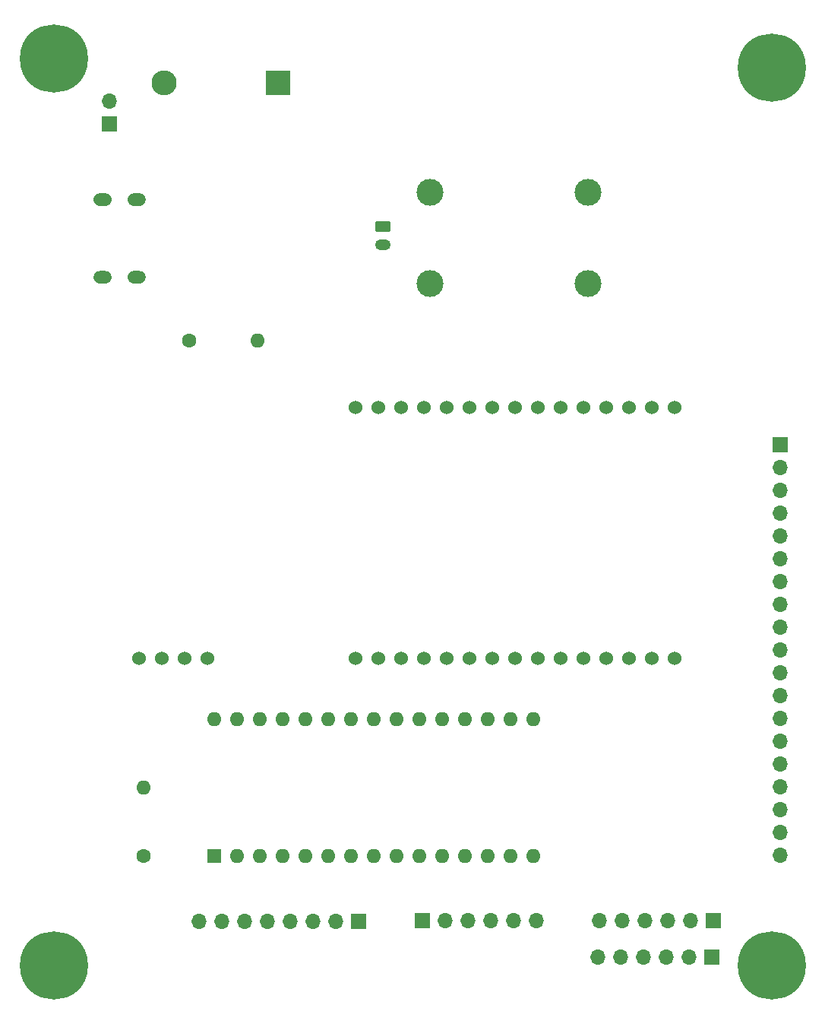
<source format=gbs>
G04 #@! TF.GenerationSoftware,KiCad,Pcbnew,(6.0.6)*
G04 #@! TF.CreationDate,2022-07-04T23:33:02+02:00*
G04 #@! TF.ProjectId,vogelhuisje_kicad,766f6765-6c68-4756-9973-6a655f6b6963,rev?*
G04 #@! TF.SameCoordinates,Original*
G04 #@! TF.FileFunction,Soldermask,Bot*
G04 #@! TF.FilePolarity,Negative*
%FSLAX46Y46*%
G04 Gerber Fmt 4.6, Leading zero omitted, Abs format (unit mm)*
G04 Created by KiCad (PCBNEW (6.0.6)) date 2022-07-04 23:33:02*
%MOMM*%
%LPD*%
G01*
G04 APERTURE LIST*
G04 Aperture macros list*
%AMRoundRect*
0 Rectangle with rounded corners*
0 $1 Rounding radius*
0 $2 $3 $4 $5 $6 $7 $8 $9 X,Y pos of 4 corners*
0 Add a 4 corners polygon primitive as box body*
4,1,4,$2,$3,$4,$5,$6,$7,$8,$9,$2,$3,0*
0 Add four circle primitives for the rounded corners*
1,1,$1+$1,$2,$3*
1,1,$1+$1,$4,$5*
1,1,$1+$1,$6,$7*
1,1,$1+$1,$8,$9*
0 Add four rect primitives between the rounded corners*
20,1,$1+$1,$2,$3,$4,$5,0*
20,1,$1+$1,$4,$5,$6,$7,0*
20,1,$1+$1,$6,$7,$8,$9,0*
20,1,$1+$1,$8,$9,$2,$3,0*%
G04 Aperture macros list end*
%ADD10C,0.010000*%
%ADD11R,1.700000X1.700000*%
%ADD12O,1.700000X1.700000*%
%ADD13C,3.000000*%
%ADD14C,1.600000*%
%ADD15O,1.600000X1.600000*%
%ADD16RoundRect,0.250000X-0.625000X0.350000X-0.625000X-0.350000X0.625000X-0.350000X0.625000X0.350000X0*%
%ADD17O,1.750000X1.200000*%
%ADD18R,2.800000X2.800000*%
%ADD19O,2.800000X2.800000*%
%ADD20C,7.600000*%
%ADD21R,1.600000X1.600000*%
%ADD22C,1.524000*%
G04 APERTURE END LIST*
G36*
X79534000Y-97651000D02*
G01*
X79568000Y-97654000D01*
X79602000Y-97658000D01*
X79635000Y-97664000D01*
X79668000Y-97672000D01*
X79701000Y-97682000D01*
X79733000Y-97693000D01*
X79764000Y-97706000D01*
X79795000Y-97721000D01*
X79825000Y-97737000D01*
X79854000Y-97755000D01*
X79882000Y-97774000D01*
X79909000Y-97795000D01*
X79935000Y-97817000D01*
X79960000Y-97840000D01*
X79983000Y-97865000D01*
X80005000Y-97891000D01*
X80026000Y-97918000D01*
X80045000Y-97946000D01*
X80063000Y-97975000D01*
X80079000Y-98005000D01*
X80094000Y-98036000D01*
X80107000Y-98067000D01*
X80118000Y-98099000D01*
X80128000Y-98132000D01*
X80136000Y-98165000D01*
X80142000Y-98198000D01*
X80146000Y-98232000D01*
X80149000Y-98266000D01*
X80150000Y-98300000D01*
X80149000Y-98334000D01*
X80146000Y-98368000D01*
X80142000Y-98402000D01*
X80136000Y-98435000D01*
X80128000Y-98468000D01*
X80118000Y-98501000D01*
X80107000Y-98533000D01*
X80094000Y-98564000D01*
X80079000Y-98595000D01*
X80063000Y-98625000D01*
X80045000Y-98654000D01*
X80026000Y-98682000D01*
X80005000Y-98709000D01*
X79983000Y-98735000D01*
X79960000Y-98760000D01*
X79935000Y-98783000D01*
X79909000Y-98805000D01*
X79882000Y-98826000D01*
X79854000Y-98845000D01*
X79825000Y-98863000D01*
X79795000Y-98879000D01*
X79764000Y-98894000D01*
X79733000Y-98907000D01*
X79701000Y-98918000D01*
X79668000Y-98928000D01*
X79635000Y-98936000D01*
X79602000Y-98942000D01*
X79568000Y-98946000D01*
X79534000Y-98949000D01*
X79500000Y-98950000D01*
X78900000Y-98950000D01*
X78866000Y-98949000D01*
X78832000Y-98946000D01*
X78798000Y-98942000D01*
X78765000Y-98936000D01*
X78732000Y-98928000D01*
X78699000Y-98918000D01*
X78667000Y-98907000D01*
X78636000Y-98894000D01*
X78605000Y-98879000D01*
X78575000Y-98863000D01*
X78546000Y-98845000D01*
X78518000Y-98826000D01*
X78491000Y-98805000D01*
X78465000Y-98783000D01*
X78440000Y-98760000D01*
X78417000Y-98735000D01*
X78395000Y-98709000D01*
X78374000Y-98682000D01*
X78355000Y-98654000D01*
X78337000Y-98625000D01*
X78321000Y-98595000D01*
X78306000Y-98564000D01*
X78293000Y-98533000D01*
X78282000Y-98501000D01*
X78272000Y-98468000D01*
X78264000Y-98435000D01*
X78258000Y-98402000D01*
X78254000Y-98368000D01*
X78251000Y-98334000D01*
X78250000Y-98300000D01*
X78251000Y-98266000D01*
X78254000Y-98232000D01*
X78258000Y-98198000D01*
X78264000Y-98165000D01*
X78272000Y-98132000D01*
X78282000Y-98099000D01*
X78293000Y-98067000D01*
X78306000Y-98036000D01*
X78321000Y-98005000D01*
X78337000Y-97975000D01*
X78355000Y-97946000D01*
X78374000Y-97918000D01*
X78395000Y-97891000D01*
X78417000Y-97865000D01*
X78440000Y-97840000D01*
X78465000Y-97817000D01*
X78491000Y-97795000D01*
X78518000Y-97774000D01*
X78546000Y-97755000D01*
X78575000Y-97737000D01*
X78605000Y-97721000D01*
X78636000Y-97706000D01*
X78667000Y-97693000D01*
X78699000Y-97682000D01*
X78732000Y-97672000D01*
X78765000Y-97664000D01*
X78798000Y-97658000D01*
X78832000Y-97654000D01*
X78866000Y-97651000D01*
X78900000Y-97650000D01*
X79500000Y-97650000D01*
X79534000Y-97651000D01*
G37*
D10*
X79534000Y-97651000D02*
X79568000Y-97654000D01*
X79602000Y-97658000D01*
X79635000Y-97664000D01*
X79668000Y-97672000D01*
X79701000Y-97682000D01*
X79733000Y-97693000D01*
X79764000Y-97706000D01*
X79795000Y-97721000D01*
X79825000Y-97737000D01*
X79854000Y-97755000D01*
X79882000Y-97774000D01*
X79909000Y-97795000D01*
X79935000Y-97817000D01*
X79960000Y-97840000D01*
X79983000Y-97865000D01*
X80005000Y-97891000D01*
X80026000Y-97918000D01*
X80045000Y-97946000D01*
X80063000Y-97975000D01*
X80079000Y-98005000D01*
X80094000Y-98036000D01*
X80107000Y-98067000D01*
X80118000Y-98099000D01*
X80128000Y-98132000D01*
X80136000Y-98165000D01*
X80142000Y-98198000D01*
X80146000Y-98232000D01*
X80149000Y-98266000D01*
X80150000Y-98300000D01*
X80149000Y-98334000D01*
X80146000Y-98368000D01*
X80142000Y-98402000D01*
X80136000Y-98435000D01*
X80128000Y-98468000D01*
X80118000Y-98501000D01*
X80107000Y-98533000D01*
X80094000Y-98564000D01*
X80079000Y-98595000D01*
X80063000Y-98625000D01*
X80045000Y-98654000D01*
X80026000Y-98682000D01*
X80005000Y-98709000D01*
X79983000Y-98735000D01*
X79960000Y-98760000D01*
X79935000Y-98783000D01*
X79909000Y-98805000D01*
X79882000Y-98826000D01*
X79854000Y-98845000D01*
X79825000Y-98863000D01*
X79795000Y-98879000D01*
X79764000Y-98894000D01*
X79733000Y-98907000D01*
X79701000Y-98918000D01*
X79668000Y-98928000D01*
X79635000Y-98936000D01*
X79602000Y-98942000D01*
X79568000Y-98946000D01*
X79534000Y-98949000D01*
X79500000Y-98950000D01*
X78900000Y-98950000D01*
X78866000Y-98949000D01*
X78832000Y-98946000D01*
X78798000Y-98942000D01*
X78765000Y-98936000D01*
X78732000Y-98928000D01*
X78699000Y-98918000D01*
X78667000Y-98907000D01*
X78636000Y-98894000D01*
X78605000Y-98879000D01*
X78575000Y-98863000D01*
X78546000Y-98845000D01*
X78518000Y-98826000D01*
X78491000Y-98805000D01*
X78465000Y-98783000D01*
X78440000Y-98760000D01*
X78417000Y-98735000D01*
X78395000Y-98709000D01*
X78374000Y-98682000D01*
X78355000Y-98654000D01*
X78337000Y-98625000D01*
X78321000Y-98595000D01*
X78306000Y-98564000D01*
X78293000Y-98533000D01*
X78282000Y-98501000D01*
X78272000Y-98468000D01*
X78264000Y-98435000D01*
X78258000Y-98402000D01*
X78254000Y-98368000D01*
X78251000Y-98334000D01*
X78250000Y-98300000D01*
X78251000Y-98266000D01*
X78254000Y-98232000D01*
X78258000Y-98198000D01*
X78264000Y-98165000D01*
X78272000Y-98132000D01*
X78282000Y-98099000D01*
X78293000Y-98067000D01*
X78306000Y-98036000D01*
X78321000Y-98005000D01*
X78337000Y-97975000D01*
X78355000Y-97946000D01*
X78374000Y-97918000D01*
X78395000Y-97891000D01*
X78417000Y-97865000D01*
X78440000Y-97840000D01*
X78465000Y-97817000D01*
X78491000Y-97795000D01*
X78518000Y-97774000D01*
X78546000Y-97755000D01*
X78575000Y-97737000D01*
X78605000Y-97721000D01*
X78636000Y-97706000D01*
X78667000Y-97693000D01*
X78699000Y-97682000D01*
X78732000Y-97672000D01*
X78765000Y-97664000D01*
X78798000Y-97658000D01*
X78832000Y-97654000D01*
X78866000Y-97651000D01*
X78900000Y-97650000D01*
X79500000Y-97650000D01*
X79534000Y-97651000D01*
G36*
X75734000Y-89011000D02*
G01*
X75768000Y-89014000D01*
X75802000Y-89018000D01*
X75835000Y-89024000D01*
X75868000Y-89032000D01*
X75901000Y-89042000D01*
X75933000Y-89053000D01*
X75964000Y-89066000D01*
X75995000Y-89081000D01*
X76025000Y-89097000D01*
X76054000Y-89115000D01*
X76082000Y-89134000D01*
X76109000Y-89155000D01*
X76135000Y-89177000D01*
X76160000Y-89200000D01*
X76183000Y-89225000D01*
X76205000Y-89251000D01*
X76226000Y-89278000D01*
X76245000Y-89306000D01*
X76263000Y-89335000D01*
X76279000Y-89365000D01*
X76294000Y-89396000D01*
X76307000Y-89427000D01*
X76318000Y-89459000D01*
X76328000Y-89492000D01*
X76336000Y-89525000D01*
X76342000Y-89558000D01*
X76346000Y-89592000D01*
X76349000Y-89626000D01*
X76350000Y-89660000D01*
X76349000Y-89694000D01*
X76346000Y-89728000D01*
X76342000Y-89762000D01*
X76336000Y-89795000D01*
X76328000Y-89828000D01*
X76318000Y-89861000D01*
X76307000Y-89893000D01*
X76294000Y-89924000D01*
X76279000Y-89955000D01*
X76263000Y-89985000D01*
X76245000Y-90014000D01*
X76226000Y-90042000D01*
X76205000Y-90069000D01*
X76183000Y-90095000D01*
X76160000Y-90120000D01*
X76135000Y-90143000D01*
X76109000Y-90165000D01*
X76082000Y-90186000D01*
X76054000Y-90205000D01*
X76025000Y-90223000D01*
X75995000Y-90239000D01*
X75964000Y-90254000D01*
X75933000Y-90267000D01*
X75901000Y-90278000D01*
X75868000Y-90288000D01*
X75835000Y-90296000D01*
X75802000Y-90302000D01*
X75768000Y-90306000D01*
X75734000Y-90309000D01*
X75700000Y-90310000D01*
X75100000Y-90310000D01*
X75066000Y-90309000D01*
X75032000Y-90306000D01*
X74998000Y-90302000D01*
X74965000Y-90296000D01*
X74932000Y-90288000D01*
X74899000Y-90278000D01*
X74867000Y-90267000D01*
X74836000Y-90254000D01*
X74805000Y-90239000D01*
X74775000Y-90223000D01*
X74746000Y-90205000D01*
X74718000Y-90186000D01*
X74691000Y-90165000D01*
X74665000Y-90143000D01*
X74640000Y-90120000D01*
X74617000Y-90095000D01*
X74595000Y-90069000D01*
X74574000Y-90042000D01*
X74555000Y-90014000D01*
X74537000Y-89985000D01*
X74521000Y-89955000D01*
X74506000Y-89924000D01*
X74493000Y-89893000D01*
X74482000Y-89861000D01*
X74472000Y-89828000D01*
X74464000Y-89795000D01*
X74458000Y-89762000D01*
X74454000Y-89728000D01*
X74451000Y-89694000D01*
X74450000Y-89660000D01*
X74451000Y-89626000D01*
X74454000Y-89592000D01*
X74458000Y-89558000D01*
X74464000Y-89525000D01*
X74472000Y-89492000D01*
X74482000Y-89459000D01*
X74493000Y-89427000D01*
X74506000Y-89396000D01*
X74521000Y-89365000D01*
X74537000Y-89335000D01*
X74555000Y-89306000D01*
X74574000Y-89278000D01*
X74595000Y-89251000D01*
X74617000Y-89225000D01*
X74640000Y-89200000D01*
X74665000Y-89177000D01*
X74691000Y-89155000D01*
X74718000Y-89134000D01*
X74746000Y-89115000D01*
X74775000Y-89097000D01*
X74805000Y-89081000D01*
X74836000Y-89066000D01*
X74867000Y-89053000D01*
X74899000Y-89042000D01*
X74932000Y-89032000D01*
X74965000Y-89024000D01*
X74998000Y-89018000D01*
X75032000Y-89014000D01*
X75066000Y-89011000D01*
X75100000Y-89010000D01*
X75700000Y-89010000D01*
X75734000Y-89011000D01*
G37*
X75734000Y-89011000D02*
X75768000Y-89014000D01*
X75802000Y-89018000D01*
X75835000Y-89024000D01*
X75868000Y-89032000D01*
X75901000Y-89042000D01*
X75933000Y-89053000D01*
X75964000Y-89066000D01*
X75995000Y-89081000D01*
X76025000Y-89097000D01*
X76054000Y-89115000D01*
X76082000Y-89134000D01*
X76109000Y-89155000D01*
X76135000Y-89177000D01*
X76160000Y-89200000D01*
X76183000Y-89225000D01*
X76205000Y-89251000D01*
X76226000Y-89278000D01*
X76245000Y-89306000D01*
X76263000Y-89335000D01*
X76279000Y-89365000D01*
X76294000Y-89396000D01*
X76307000Y-89427000D01*
X76318000Y-89459000D01*
X76328000Y-89492000D01*
X76336000Y-89525000D01*
X76342000Y-89558000D01*
X76346000Y-89592000D01*
X76349000Y-89626000D01*
X76350000Y-89660000D01*
X76349000Y-89694000D01*
X76346000Y-89728000D01*
X76342000Y-89762000D01*
X76336000Y-89795000D01*
X76328000Y-89828000D01*
X76318000Y-89861000D01*
X76307000Y-89893000D01*
X76294000Y-89924000D01*
X76279000Y-89955000D01*
X76263000Y-89985000D01*
X76245000Y-90014000D01*
X76226000Y-90042000D01*
X76205000Y-90069000D01*
X76183000Y-90095000D01*
X76160000Y-90120000D01*
X76135000Y-90143000D01*
X76109000Y-90165000D01*
X76082000Y-90186000D01*
X76054000Y-90205000D01*
X76025000Y-90223000D01*
X75995000Y-90239000D01*
X75964000Y-90254000D01*
X75933000Y-90267000D01*
X75901000Y-90278000D01*
X75868000Y-90288000D01*
X75835000Y-90296000D01*
X75802000Y-90302000D01*
X75768000Y-90306000D01*
X75734000Y-90309000D01*
X75700000Y-90310000D01*
X75100000Y-90310000D01*
X75066000Y-90309000D01*
X75032000Y-90306000D01*
X74998000Y-90302000D01*
X74965000Y-90296000D01*
X74932000Y-90288000D01*
X74899000Y-90278000D01*
X74867000Y-90267000D01*
X74836000Y-90254000D01*
X74805000Y-90239000D01*
X74775000Y-90223000D01*
X74746000Y-90205000D01*
X74718000Y-90186000D01*
X74691000Y-90165000D01*
X74665000Y-90143000D01*
X74640000Y-90120000D01*
X74617000Y-90095000D01*
X74595000Y-90069000D01*
X74574000Y-90042000D01*
X74555000Y-90014000D01*
X74537000Y-89985000D01*
X74521000Y-89955000D01*
X74506000Y-89924000D01*
X74493000Y-89893000D01*
X74482000Y-89861000D01*
X74472000Y-89828000D01*
X74464000Y-89795000D01*
X74458000Y-89762000D01*
X74454000Y-89728000D01*
X74451000Y-89694000D01*
X74450000Y-89660000D01*
X74451000Y-89626000D01*
X74454000Y-89592000D01*
X74458000Y-89558000D01*
X74464000Y-89525000D01*
X74472000Y-89492000D01*
X74482000Y-89459000D01*
X74493000Y-89427000D01*
X74506000Y-89396000D01*
X74521000Y-89365000D01*
X74537000Y-89335000D01*
X74555000Y-89306000D01*
X74574000Y-89278000D01*
X74595000Y-89251000D01*
X74617000Y-89225000D01*
X74640000Y-89200000D01*
X74665000Y-89177000D01*
X74691000Y-89155000D01*
X74718000Y-89134000D01*
X74746000Y-89115000D01*
X74775000Y-89097000D01*
X74805000Y-89081000D01*
X74836000Y-89066000D01*
X74867000Y-89053000D01*
X74899000Y-89042000D01*
X74932000Y-89032000D01*
X74965000Y-89024000D01*
X74998000Y-89018000D01*
X75032000Y-89014000D01*
X75066000Y-89011000D01*
X75100000Y-89010000D01*
X75700000Y-89010000D01*
X75734000Y-89011000D01*
G36*
X79534000Y-89011000D02*
G01*
X79568000Y-89014000D01*
X79602000Y-89018000D01*
X79635000Y-89024000D01*
X79668000Y-89032000D01*
X79701000Y-89042000D01*
X79733000Y-89053000D01*
X79764000Y-89066000D01*
X79795000Y-89081000D01*
X79825000Y-89097000D01*
X79854000Y-89115000D01*
X79882000Y-89134000D01*
X79909000Y-89155000D01*
X79935000Y-89177000D01*
X79960000Y-89200000D01*
X79983000Y-89225000D01*
X80005000Y-89251000D01*
X80026000Y-89278000D01*
X80045000Y-89306000D01*
X80063000Y-89335000D01*
X80079000Y-89365000D01*
X80094000Y-89396000D01*
X80107000Y-89427000D01*
X80118000Y-89459000D01*
X80128000Y-89492000D01*
X80136000Y-89525000D01*
X80142000Y-89558000D01*
X80146000Y-89592000D01*
X80149000Y-89626000D01*
X80150000Y-89660000D01*
X80149000Y-89694000D01*
X80146000Y-89728000D01*
X80142000Y-89762000D01*
X80136000Y-89795000D01*
X80128000Y-89828000D01*
X80118000Y-89861000D01*
X80107000Y-89893000D01*
X80094000Y-89924000D01*
X80079000Y-89955000D01*
X80063000Y-89985000D01*
X80045000Y-90014000D01*
X80026000Y-90042000D01*
X80005000Y-90069000D01*
X79983000Y-90095000D01*
X79960000Y-90120000D01*
X79935000Y-90143000D01*
X79909000Y-90165000D01*
X79882000Y-90186000D01*
X79854000Y-90205000D01*
X79825000Y-90223000D01*
X79795000Y-90239000D01*
X79764000Y-90254000D01*
X79733000Y-90267000D01*
X79701000Y-90278000D01*
X79668000Y-90288000D01*
X79635000Y-90296000D01*
X79602000Y-90302000D01*
X79568000Y-90306000D01*
X79534000Y-90309000D01*
X79500000Y-90310000D01*
X78900000Y-90310000D01*
X78866000Y-90309000D01*
X78832000Y-90306000D01*
X78798000Y-90302000D01*
X78765000Y-90296000D01*
X78732000Y-90288000D01*
X78699000Y-90278000D01*
X78667000Y-90267000D01*
X78636000Y-90254000D01*
X78605000Y-90239000D01*
X78575000Y-90223000D01*
X78546000Y-90205000D01*
X78518000Y-90186000D01*
X78491000Y-90165000D01*
X78465000Y-90143000D01*
X78440000Y-90120000D01*
X78417000Y-90095000D01*
X78395000Y-90069000D01*
X78374000Y-90042000D01*
X78355000Y-90014000D01*
X78337000Y-89985000D01*
X78321000Y-89955000D01*
X78306000Y-89924000D01*
X78293000Y-89893000D01*
X78282000Y-89861000D01*
X78272000Y-89828000D01*
X78264000Y-89795000D01*
X78258000Y-89762000D01*
X78254000Y-89728000D01*
X78251000Y-89694000D01*
X78250000Y-89660000D01*
X78251000Y-89626000D01*
X78254000Y-89592000D01*
X78258000Y-89558000D01*
X78264000Y-89525000D01*
X78272000Y-89492000D01*
X78282000Y-89459000D01*
X78293000Y-89427000D01*
X78306000Y-89396000D01*
X78321000Y-89365000D01*
X78337000Y-89335000D01*
X78355000Y-89306000D01*
X78374000Y-89278000D01*
X78395000Y-89251000D01*
X78417000Y-89225000D01*
X78440000Y-89200000D01*
X78465000Y-89177000D01*
X78491000Y-89155000D01*
X78518000Y-89134000D01*
X78546000Y-89115000D01*
X78575000Y-89097000D01*
X78605000Y-89081000D01*
X78636000Y-89066000D01*
X78667000Y-89053000D01*
X78699000Y-89042000D01*
X78732000Y-89032000D01*
X78765000Y-89024000D01*
X78798000Y-89018000D01*
X78832000Y-89014000D01*
X78866000Y-89011000D01*
X78900000Y-89010000D01*
X79500000Y-89010000D01*
X79534000Y-89011000D01*
G37*
X79534000Y-89011000D02*
X79568000Y-89014000D01*
X79602000Y-89018000D01*
X79635000Y-89024000D01*
X79668000Y-89032000D01*
X79701000Y-89042000D01*
X79733000Y-89053000D01*
X79764000Y-89066000D01*
X79795000Y-89081000D01*
X79825000Y-89097000D01*
X79854000Y-89115000D01*
X79882000Y-89134000D01*
X79909000Y-89155000D01*
X79935000Y-89177000D01*
X79960000Y-89200000D01*
X79983000Y-89225000D01*
X80005000Y-89251000D01*
X80026000Y-89278000D01*
X80045000Y-89306000D01*
X80063000Y-89335000D01*
X80079000Y-89365000D01*
X80094000Y-89396000D01*
X80107000Y-89427000D01*
X80118000Y-89459000D01*
X80128000Y-89492000D01*
X80136000Y-89525000D01*
X80142000Y-89558000D01*
X80146000Y-89592000D01*
X80149000Y-89626000D01*
X80150000Y-89660000D01*
X80149000Y-89694000D01*
X80146000Y-89728000D01*
X80142000Y-89762000D01*
X80136000Y-89795000D01*
X80128000Y-89828000D01*
X80118000Y-89861000D01*
X80107000Y-89893000D01*
X80094000Y-89924000D01*
X80079000Y-89955000D01*
X80063000Y-89985000D01*
X80045000Y-90014000D01*
X80026000Y-90042000D01*
X80005000Y-90069000D01*
X79983000Y-90095000D01*
X79960000Y-90120000D01*
X79935000Y-90143000D01*
X79909000Y-90165000D01*
X79882000Y-90186000D01*
X79854000Y-90205000D01*
X79825000Y-90223000D01*
X79795000Y-90239000D01*
X79764000Y-90254000D01*
X79733000Y-90267000D01*
X79701000Y-90278000D01*
X79668000Y-90288000D01*
X79635000Y-90296000D01*
X79602000Y-90302000D01*
X79568000Y-90306000D01*
X79534000Y-90309000D01*
X79500000Y-90310000D01*
X78900000Y-90310000D01*
X78866000Y-90309000D01*
X78832000Y-90306000D01*
X78798000Y-90302000D01*
X78765000Y-90296000D01*
X78732000Y-90288000D01*
X78699000Y-90278000D01*
X78667000Y-90267000D01*
X78636000Y-90254000D01*
X78605000Y-90239000D01*
X78575000Y-90223000D01*
X78546000Y-90205000D01*
X78518000Y-90186000D01*
X78491000Y-90165000D01*
X78465000Y-90143000D01*
X78440000Y-90120000D01*
X78417000Y-90095000D01*
X78395000Y-90069000D01*
X78374000Y-90042000D01*
X78355000Y-90014000D01*
X78337000Y-89985000D01*
X78321000Y-89955000D01*
X78306000Y-89924000D01*
X78293000Y-89893000D01*
X78282000Y-89861000D01*
X78272000Y-89828000D01*
X78264000Y-89795000D01*
X78258000Y-89762000D01*
X78254000Y-89728000D01*
X78251000Y-89694000D01*
X78250000Y-89660000D01*
X78251000Y-89626000D01*
X78254000Y-89592000D01*
X78258000Y-89558000D01*
X78264000Y-89525000D01*
X78272000Y-89492000D01*
X78282000Y-89459000D01*
X78293000Y-89427000D01*
X78306000Y-89396000D01*
X78321000Y-89365000D01*
X78337000Y-89335000D01*
X78355000Y-89306000D01*
X78374000Y-89278000D01*
X78395000Y-89251000D01*
X78417000Y-89225000D01*
X78440000Y-89200000D01*
X78465000Y-89177000D01*
X78491000Y-89155000D01*
X78518000Y-89134000D01*
X78546000Y-89115000D01*
X78575000Y-89097000D01*
X78605000Y-89081000D01*
X78636000Y-89066000D01*
X78667000Y-89053000D01*
X78699000Y-89042000D01*
X78732000Y-89032000D01*
X78765000Y-89024000D01*
X78798000Y-89018000D01*
X78832000Y-89014000D01*
X78866000Y-89011000D01*
X78900000Y-89010000D01*
X79500000Y-89010000D01*
X79534000Y-89011000D01*
G36*
X75734000Y-97651000D02*
G01*
X75768000Y-97654000D01*
X75802000Y-97658000D01*
X75835000Y-97664000D01*
X75868000Y-97672000D01*
X75901000Y-97682000D01*
X75933000Y-97693000D01*
X75964000Y-97706000D01*
X75995000Y-97721000D01*
X76025000Y-97737000D01*
X76054000Y-97755000D01*
X76082000Y-97774000D01*
X76109000Y-97795000D01*
X76135000Y-97817000D01*
X76160000Y-97840000D01*
X76183000Y-97865000D01*
X76205000Y-97891000D01*
X76226000Y-97918000D01*
X76245000Y-97946000D01*
X76263000Y-97975000D01*
X76279000Y-98005000D01*
X76294000Y-98036000D01*
X76307000Y-98067000D01*
X76318000Y-98099000D01*
X76328000Y-98132000D01*
X76336000Y-98165000D01*
X76342000Y-98198000D01*
X76346000Y-98232000D01*
X76349000Y-98266000D01*
X76350000Y-98300000D01*
X76349000Y-98334000D01*
X76346000Y-98368000D01*
X76342000Y-98402000D01*
X76336000Y-98435000D01*
X76328000Y-98468000D01*
X76318000Y-98501000D01*
X76307000Y-98533000D01*
X76294000Y-98564000D01*
X76279000Y-98595000D01*
X76263000Y-98625000D01*
X76245000Y-98654000D01*
X76226000Y-98682000D01*
X76205000Y-98709000D01*
X76183000Y-98735000D01*
X76160000Y-98760000D01*
X76135000Y-98783000D01*
X76109000Y-98805000D01*
X76082000Y-98826000D01*
X76054000Y-98845000D01*
X76025000Y-98863000D01*
X75995000Y-98879000D01*
X75964000Y-98894000D01*
X75933000Y-98907000D01*
X75901000Y-98918000D01*
X75868000Y-98928000D01*
X75835000Y-98936000D01*
X75802000Y-98942000D01*
X75768000Y-98946000D01*
X75734000Y-98949000D01*
X75700000Y-98950000D01*
X75100000Y-98950000D01*
X75066000Y-98949000D01*
X75032000Y-98946000D01*
X74998000Y-98942000D01*
X74965000Y-98936000D01*
X74932000Y-98928000D01*
X74899000Y-98918000D01*
X74867000Y-98907000D01*
X74836000Y-98894000D01*
X74805000Y-98879000D01*
X74775000Y-98863000D01*
X74746000Y-98845000D01*
X74718000Y-98826000D01*
X74691000Y-98805000D01*
X74665000Y-98783000D01*
X74640000Y-98760000D01*
X74617000Y-98735000D01*
X74595000Y-98709000D01*
X74574000Y-98682000D01*
X74555000Y-98654000D01*
X74537000Y-98625000D01*
X74521000Y-98595000D01*
X74506000Y-98564000D01*
X74493000Y-98533000D01*
X74482000Y-98501000D01*
X74472000Y-98468000D01*
X74464000Y-98435000D01*
X74458000Y-98402000D01*
X74454000Y-98368000D01*
X74451000Y-98334000D01*
X74450000Y-98300000D01*
X74451000Y-98266000D01*
X74454000Y-98232000D01*
X74458000Y-98198000D01*
X74464000Y-98165000D01*
X74472000Y-98132000D01*
X74482000Y-98099000D01*
X74493000Y-98067000D01*
X74506000Y-98036000D01*
X74521000Y-98005000D01*
X74537000Y-97975000D01*
X74555000Y-97946000D01*
X74574000Y-97918000D01*
X74595000Y-97891000D01*
X74617000Y-97865000D01*
X74640000Y-97840000D01*
X74665000Y-97817000D01*
X74691000Y-97795000D01*
X74718000Y-97774000D01*
X74746000Y-97755000D01*
X74775000Y-97737000D01*
X74805000Y-97721000D01*
X74836000Y-97706000D01*
X74867000Y-97693000D01*
X74899000Y-97682000D01*
X74932000Y-97672000D01*
X74965000Y-97664000D01*
X74998000Y-97658000D01*
X75032000Y-97654000D01*
X75066000Y-97651000D01*
X75100000Y-97650000D01*
X75700000Y-97650000D01*
X75734000Y-97651000D01*
G37*
X75734000Y-97651000D02*
X75768000Y-97654000D01*
X75802000Y-97658000D01*
X75835000Y-97664000D01*
X75868000Y-97672000D01*
X75901000Y-97682000D01*
X75933000Y-97693000D01*
X75964000Y-97706000D01*
X75995000Y-97721000D01*
X76025000Y-97737000D01*
X76054000Y-97755000D01*
X76082000Y-97774000D01*
X76109000Y-97795000D01*
X76135000Y-97817000D01*
X76160000Y-97840000D01*
X76183000Y-97865000D01*
X76205000Y-97891000D01*
X76226000Y-97918000D01*
X76245000Y-97946000D01*
X76263000Y-97975000D01*
X76279000Y-98005000D01*
X76294000Y-98036000D01*
X76307000Y-98067000D01*
X76318000Y-98099000D01*
X76328000Y-98132000D01*
X76336000Y-98165000D01*
X76342000Y-98198000D01*
X76346000Y-98232000D01*
X76349000Y-98266000D01*
X76350000Y-98300000D01*
X76349000Y-98334000D01*
X76346000Y-98368000D01*
X76342000Y-98402000D01*
X76336000Y-98435000D01*
X76328000Y-98468000D01*
X76318000Y-98501000D01*
X76307000Y-98533000D01*
X76294000Y-98564000D01*
X76279000Y-98595000D01*
X76263000Y-98625000D01*
X76245000Y-98654000D01*
X76226000Y-98682000D01*
X76205000Y-98709000D01*
X76183000Y-98735000D01*
X76160000Y-98760000D01*
X76135000Y-98783000D01*
X76109000Y-98805000D01*
X76082000Y-98826000D01*
X76054000Y-98845000D01*
X76025000Y-98863000D01*
X75995000Y-98879000D01*
X75964000Y-98894000D01*
X75933000Y-98907000D01*
X75901000Y-98918000D01*
X75868000Y-98928000D01*
X75835000Y-98936000D01*
X75802000Y-98942000D01*
X75768000Y-98946000D01*
X75734000Y-98949000D01*
X75700000Y-98950000D01*
X75100000Y-98950000D01*
X75066000Y-98949000D01*
X75032000Y-98946000D01*
X74998000Y-98942000D01*
X74965000Y-98936000D01*
X74932000Y-98928000D01*
X74899000Y-98918000D01*
X74867000Y-98907000D01*
X74836000Y-98894000D01*
X74805000Y-98879000D01*
X74775000Y-98863000D01*
X74746000Y-98845000D01*
X74718000Y-98826000D01*
X74691000Y-98805000D01*
X74665000Y-98783000D01*
X74640000Y-98760000D01*
X74617000Y-98735000D01*
X74595000Y-98709000D01*
X74574000Y-98682000D01*
X74555000Y-98654000D01*
X74537000Y-98625000D01*
X74521000Y-98595000D01*
X74506000Y-98564000D01*
X74493000Y-98533000D01*
X74482000Y-98501000D01*
X74472000Y-98468000D01*
X74464000Y-98435000D01*
X74458000Y-98402000D01*
X74454000Y-98368000D01*
X74451000Y-98334000D01*
X74450000Y-98300000D01*
X74451000Y-98266000D01*
X74454000Y-98232000D01*
X74458000Y-98198000D01*
X74464000Y-98165000D01*
X74472000Y-98132000D01*
X74482000Y-98099000D01*
X74493000Y-98067000D01*
X74506000Y-98036000D01*
X74521000Y-98005000D01*
X74537000Y-97975000D01*
X74555000Y-97946000D01*
X74574000Y-97918000D01*
X74595000Y-97891000D01*
X74617000Y-97865000D01*
X74640000Y-97840000D01*
X74665000Y-97817000D01*
X74691000Y-97795000D01*
X74718000Y-97774000D01*
X74746000Y-97755000D01*
X74775000Y-97737000D01*
X74805000Y-97721000D01*
X74836000Y-97706000D01*
X74867000Y-97693000D01*
X74899000Y-97682000D01*
X74932000Y-97672000D01*
X74965000Y-97664000D01*
X74998000Y-97658000D01*
X75032000Y-97654000D01*
X75066000Y-97651000D01*
X75100000Y-97650000D01*
X75700000Y-97650000D01*
X75734000Y-97651000D01*
D11*
X76200000Y-81280000D03*
D12*
X76200000Y-78740000D03*
D13*
X111920000Y-88885000D03*
X111920000Y-99085000D03*
X129520000Y-88885000D03*
X129520000Y-99085000D03*
D14*
X85090000Y-105410000D03*
D15*
X92710000Y-105410000D03*
D16*
X106680000Y-92710000D03*
D17*
X106680000Y-94710000D03*
D11*
X143350000Y-174025000D03*
D12*
X140810000Y-174025000D03*
X138270000Y-174025000D03*
X135730000Y-174025000D03*
X133190000Y-174025000D03*
X130650000Y-174025000D03*
D14*
X80000000Y-162810000D03*
D15*
X80000000Y-155190000D03*
D18*
X95000000Y-76730000D03*
D19*
X82300000Y-76730000D03*
D20*
X150000000Y-75000000D03*
D11*
X104000000Y-170050000D03*
D12*
X101460000Y-170050000D03*
X98920000Y-170050000D03*
X96380000Y-170050000D03*
X93840000Y-170050000D03*
X91300000Y-170050000D03*
X88760000Y-170050000D03*
X86220000Y-170050000D03*
D21*
X87925000Y-162835000D03*
D15*
X90465000Y-162835000D03*
X93005000Y-162835000D03*
X95545000Y-162835000D03*
X98085000Y-162835000D03*
X100625000Y-162835000D03*
X103165000Y-162835000D03*
X105705000Y-162835000D03*
X108245000Y-162835000D03*
X110785000Y-162835000D03*
X113325000Y-162835000D03*
X115865000Y-162835000D03*
X118405000Y-162835000D03*
X120945000Y-162835000D03*
X123485000Y-162835000D03*
X123485000Y-147595000D03*
X120945000Y-147595000D03*
X118405000Y-147595000D03*
X115865000Y-147595000D03*
X113325000Y-147595000D03*
X110785000Y-147595000D03*
X108245000Y-147595000D03*
X105705000Y-147595000D03*
X103165000Y-147595000D03*
X100625000Y-147595000D03*
X98085000Y-147595000D03*
X95545000Y-147595000D03*
X93005000Y-147595000D03*
X90465000Y-147595000D03*
X87925000Y-147595000D03*
D11*
X151000000Y-117000000D03*
D12*
X151000000Y-119540000D03*
X151000000Y-122080000D03*
X151000000Y-124620000D03*
X151000000Y-127160000D03*
X151000000Y-129700000D03*
X151000000Y-132240000D03*
X151000000Y-134780000D03*
X151000000Y-137320000D03*
X151000000Y-139860000D03*
X151000000Y-142400000D03*
X151000000Y-144940000D03*
X151000000Y-147480000D03*
X151000000Y-150020000D03*
X151000000Y-152560000D03*
X151000000Y-155100000D03*
X151000000Y-157640000D03*
X151000000Y-160180000D03*
X151000000Y-162720000D03*
D20*
X70000000Y-175000000D03*
X150000000Y-175000000D03*
D11*
X143475000Y-170025000D03*
D12*
X140935000Y-170025000D03*
X138395000Y-170025000D03*
X135855000Y-170025000D03*
X133315000Y-170025000D03*
X130775000Y-170025000D03*
D11*
X111125000Y-170000000D03*
D12*
X113665000Y-170000000D03*
X116205000Y-170000000D03*
X118745000Y-170000000D03*
X121285000Y-170000000D03*
X123825000Y-170000000D03*
D22*
X139200000Y-112840000D03*
X136660000Y-112840000D03*
X134120000Y-112840000D03*
X131580000Y-112840000D03*
X129040000Y-112840000D03*
X126500000Y-112840000D03*
X123960000Y-112840000D03*
X121420000Y-112840000D03*
X118880000Y-112840000D03*
X116340000Y-112840000D03*
X113800000Y-112840000D03*
X111260000Y-112840000D03*
X108720000Y-112840000D03*
X106180000Y-112840000D03*
X103640000Y-112840000D03*
X139200000Y-140780000D03*
X136660000Y-140780000D03*
X134120000Y-140780000D03*
X131580000Y-140780000D03*
X129040000Y-140780000D03*
X126500000Y-140780000D03*
X123960000Y-140780000D03*
X121420000Y-140780000D03*
X118880000Y-140780000D03*
X116340000Y-140780000D03*
X113800000Y-140780000D03*
X111260000Y-140780000D03*
X108720000Y-140780000D03*
X106180000Y-140780000D03*
X103640000Y-140780000D03*
X87140000Y-140780000D03*
X84600000Y-140780000D03*
X82060000Y-140780000D03*
X79520000Y-140780000D03*
D20*
X70000000Y-74000000D03*
M02*

</source>
